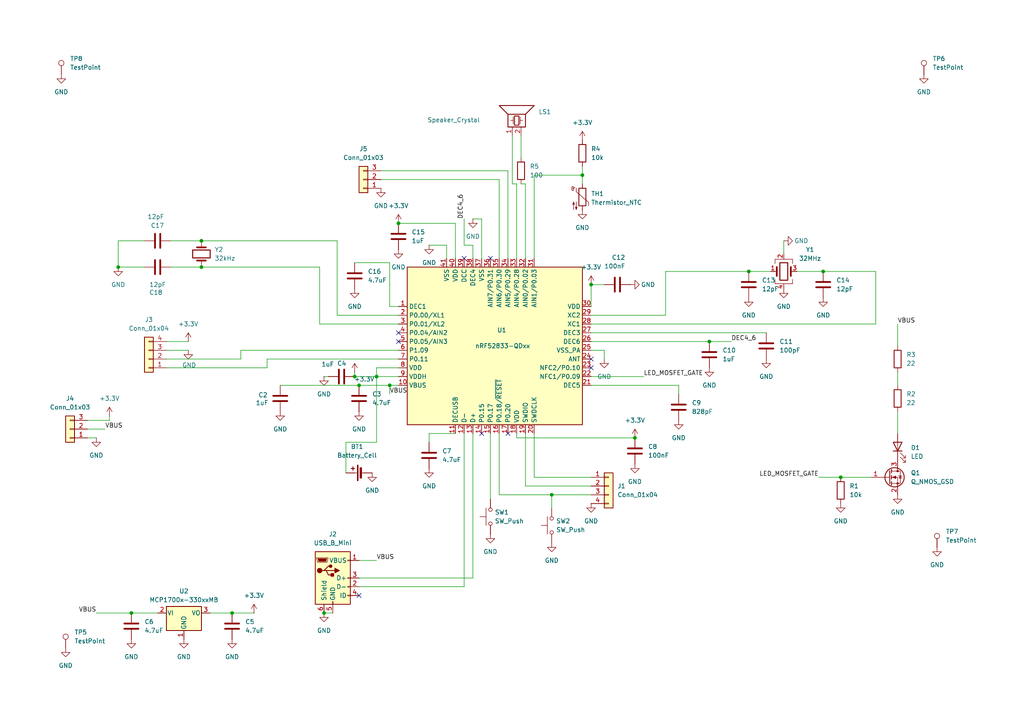
<source format=kicad_sch>
(kicad_sch (version 20231120) (generator "eeschema") (generator_version "8.0")
  (paper "A4")
  (lib_symbols
    (symbol "Connector:TestPoint" (pin_numbers hide) (pin_names (offset 0.762) hide)
      (property "Reference" "TP" (at 0 6.858 0))
      (property "Value" "TestPoint" (at 0 5.08 0))
      (symbol "TestPoint_0_1"
        (circle (center 0 3.302) (radius 0.762))
      )
      (symbol "TestPoint_1_1"
        (pin passive line (at 0 0 90) (length 2.54) (name "1") (number "1"))
      )
    )
    (symbol "Connector:USB_B_Mini" (pin_names (offset 1.016))
      (property "Reference" "J" (at -5.08 11.43 0))
      (property "Value" "USB_B_Mini" (at -5.08 8.89 0))
      (symbol "USB_B_Mini_0_1"
        (rectangle (start -5.08 -7.62) (end 5.08 7.62) (stroke (width 0.254)) (fill (type background)))
        (circle (center -3.81 2.159) (radius 0.635) (stroke (width 0.254)) (fill (type outline)))
        (circle (center -0.635 3.429) (radius 0.381) (stroke (width 0.254)) (fill (type outline)))
        (rectangle (start -0.127 -7.62) (end 0.127 -6.858))
        (polyline (pts (xy -1.905 2.159) (xy 0.635 2.159)) (stroke (width 0.254)))
        (polyline (pts (xy -3.175 2.159) (xy -2.54 2.159) (xy -1.27 3.429) (xy -0.635 3.429)) (stroke (width 0.254)))
        (polyline (pts (xy -2.54 2.159) (xy -1.905 2.159) (xy -1.27 0.889) (xy 0 0.889)) (stroke (width 0.254)))
        (polyline (pts (xy 0.635 2.794) (xy 0.635 1.524) (xy 1.905 2.159) (xy 0.635 2.794)) (stroke (width 0.254)) (fill (type outline)))
        (polyline (pts (xy -4.318 5.588) (xy -1.778 5.588) (xy -2.032 4.826) (xy -4.064 4.826) (xy -4.318 5.588)) (fill (type outline)))
        (polyline (pts (xy -4.699 5.842) (xy -4.699 5.588) (xy -4.445 4.826) (xy -4.445 4.572) (xy -1.651 4.572) (xy -1.651 4.826) (xy -1.397 5.588) (xy -1.397 5.842) (xy -4.699 5.842)))
        (rectangle (start 0.254 1.27) (end -0.508 0.508) (stroke (width 0.254)) (fill (type outline)))
        (rectangle (start 5.08 -5.207) (end 4.318 -4.953))
        (rectangle (start 5.08 -2.667) (end 4.318 -2.413))
        (rectangle (start 5.08 -0.127) (end 4.318 0.127))
        (rectangle (start 5.08 4.953) (end 4.318 5.207))
      )
      (symbol "USB_B_Mini_1_1"
        (pin power_out line (at 7.62 5.08 180) (length 2.54) (name "VBUS") (number "1"))
        (pin bidirectional line (at 7.62 -2.54 180) (length 2.54) (name "D-") (number "2"))
        (pin bidirectional line (at 7.62 0 180) (length 2.54) (name "D+") (number "3"))
        (pin passive line (at 7.62 -5.08 180) (length 2.54) (name "ID") (number "4"))
        (pin power_out line (at 0 -10.16 90) (length 2.54) (name "GND") (number "5"))
        (pin passive line (at -2.54 -10.16 90) (length 2.54) (name "Shield") (number "6"))
      )
    )
    (symbol "Connector_Generic:Conn_01x03" (pin_names (offset 1.016) hide)
      (property "Reference" "J" (at 0 5.08 0))
      (property "Value" "Conn_01x03" (at 0 -5.08 0))
      (symbol "Conn_01x03_1_1"
        (rectangle (start -1.27 -2.413) (end 0 -2.667) (stroke (width 0.1524)))
        (rectangle (start -1.27 0.127) (end 0 -0.127) (stroke (width 0.1524)))
        (rectangle (start -1.27 2.667) (end 0 2.413) (stroke (width 0.1524)))
        (rectangle (start -1.27 3.81) (end 1.27 -3.81) (stroke (width 0.254)) (fill (type background)))
        (pin passive line (at -5.08 2.54 0) (length 3.81) (name "Pin_1") (number "1"))
        (pin passive line (at -5.08 0 0) (length 3.81) (name "Pin_2") (number "2"))
        (pin passive line (at -5.08 -2.54 0) (length 3.81) (name "Pin_3") (number "3"))
      )
    )
    (symbol "Connector_Generic:Conn_01x04" (pin_names (offset 1.016) hide)
      (property "Reference" "J" (at 0 5.08 0))
      (property "Value" "Conn_01x04" (at 0 -7.62 0))
      (symbol "Conn_01x04_1_1"
        (rectangle (start -1.27 -4.953) (end 0 -5.207) (stroke (width 0.1524)))
        (rectangle (start -1.27 -2.413) (end 0 -2.667) (stroke (width 0.1524)))
        (rectangle (start -1.27 0.127) (end 0 -0.127) (stroke (width 0.1524)))
        (rectangle (start -1.27 2.667) (end 0 2.413) (stroke (width 0.1524)))
        (rectangle (start -1.27 3.81) (end 1.27 -6.35) (stroke (width 0.254)) (fill (type background)))
        (pin passive line (at -5.08 2.54 0) (length 3.81) (name "Pin_1") (number "1"))
        (pin passive line (at -5.08 0 0) (length 3.81) (name "Pin_2") (number "2"))
        (pin passive line (at -5.08 -2.54 0) (length 3.81) (name "Pin_3") (number "3"))
        (pin passive line (at -5.08 -5.08 0) (length 3.81) (name "Pin_4") (number "4"))
      )
    )
    (symbol "Device:Battery_Cell" (pin_numbers hide) (pin_names (offset 0) hide)
      (property "Reference" "BT" (at 2.54 2.54 0))
      (property "Value" "Battery_Cell" (at 2.54 0 0))
      (symbol "Battery_Cell_0_1"
        (rectangle (start -2.286 1.778) (end 2.286 1.524) (fill (type outline)))
        (rectangle (start -1.524 1.016) (end 1.524 0.508) (fill (type outline)))
        (polyline (pts (xy 0 0.762) (xy 0 0)))
        (polyline (pts (xy 0 1.778) (xy 0 2.54)))
        (polyline (pts (xy 0.762 3.048) (xy 1.778 3.048)) (stroke (width 0.254)))
        (polyline (pts (xy 1.27 3.556) (xy 1.27 2.54)) (stroke (width 0.254)))
      )
      (symbol "Battery_Cell_1_1"
        (pin passive line (at 0 5.08 270) (length 2.54) (name "+") (number "1"))
        (pin passive line (at 0 -2.54 90) (length 2.54) (name "-") (number "2"))
      )
    )
    (symbol "Device:C" (pin_numbers hide) (pin_names (offset 0.254))
      (property "Reference" "C" (at 0.635 2.54 0))
      (property "Value" "C" (at 0.635 -2.54 0))
      (symbol "C_0_1"
        (polyline (pts (xy -2.032 -0.762) (xy 2.032 -0.762)) (stroke (width 0.508)))
        (polyline (pts (xy -2.032 0.762) (xy 2.032 0.762)) (stroke (width 0.508)))
      )
      (symbol "C_1_1"
        (pin passive line (at 0 3.81 270) (length 2.794) (name "~") (number "1"))
        (pin passive line (at 0 -3.81 90) (length 2.794) (name "~") (number "2"))
      )
    )
    (symbol "Device:Crystal" (pin_numbers hide) (pin_names (offset 1.016) hide)
      (property "Reference" "Y" (at 0 3.81 0))
      (property "Value" "Crystal" (at 0 -3.81 0))
      (symbol "Crystal_0_1"
        (rectangle (start -1.143 2.54) (end 1.143 -2.54) (stroke (width 0.3048)))
        (polyline (pts (xy -2.54 0) (xy -1.905 0)))
        (polyline (pts (xy -1.905 -1.27) (xy -1.905 1.27)) (stroke (width 0.508)))
        (polyline (pts (xy 1.905 -1.27) (xy 1.905 1.27)) (stroke (width 0.508)))
        (polyline (pts (xy 2.54 0) (xy 1.905 0)))
      )
      (symbol "Crystal_1_1"
        (pin passive line (at -3.81 0 0) (length 1.27) (name "1") (number "1"))
        (pin passive line (at 3.81 0 180) (length 1.27) (name "2") (number "2"))
      )
    )
    (symbol "Device:Crystal_GND24" (pin_names (offset 1.016) hide)
      (property "Reference" "Y" (at 3.175 5.08 0))
      (property "Value" "Crystal_GND24" (at 3.175 3.175 0))
      (symbol "Crystal_GND24_0_1"
        (rectangle (start -1.143 2.54) (end 1.143 -2.54) (stroke (width 0.3048)))
        (polyline (pts (xy -2.54 0) (xy -2.032 0)))
        (polyline (pts (xy -2.032 -1.27) (xy -2.032 1.27)) (stroke (width 0.508)))
        (polyline (pts (xy 0 -3.81) (xy 0 -3.556)))
        (polyline (pts (xy 0 3.556) (xy 0 3.81)))
        (polyline (pts (xy 2.032 -1.27) (xy 2.032 1.27)) (stroke (width 0.508)))
        (polyline (pts (xy 2.032 0) (xy 2.54 0)))
        (polyline (pts (xy -2.54 -2.286) (xy -2.54 -3.556) (xy 2.54 -3.556) (xy 2.54 -2.286)))
        (polyline (pts (xy -2.54 2.286) (xy -2.54 3.556) (xy 2.54 3.556) (xy 2.54 2.286)))
      )
      (symbol "Crystal_GND24_1_1"
        (pin passive line (at -3.81 0 0) (length 1.27) (name "1") (number "1"))
        (pin passive line (at 0 5.08 270) (length 1.27) (name "2") (number "2"))
        (pin passive line (at 3.81 0 180) (length 1.27) (name "3") (number "3"))
        (pin passive line (at 0 -5.08 90) (length 1.27) (name "4") (number "4"))
      )
    )
    (symbol "Device:LED" (pin_numbers hide) (pin_names (offset 1.016) hide)
      (property "Reference" "D" (at 0 2.54 0))
      (property "Value" "LED" (at 0 -2.54 0))
      (symbol "LED_0_1"
        (polyline (pts (xy -1.27 -1.27) (xy -1.27 1.27)) (stroke (width 0.254)))
        (polyline (pts (xy -1.27 0) (xy 1.27 0)))
        (polyline (pts (xy 1.27 -1.27) (xy 1.27 1.27) (xy -1.27 0) (xy 1.27 -1.27)) (stroke (width 0.254)))
        (polyline (pts (xy -3.048 -0.762) (xy -4.572 -2.286) (xy -3.81 -2.286) (xy -4.572 -2.286) (xy -4.572 -1.524)))
        (polyline (pts (xy -1.778 -0.762) (xy -3.302 -2.286) (xy -2.54 -2.286) (xy -3.302 -2.286) (xy -3.302 -1.524)))
      )
      (symbol "LED_1_1"
        (pin passive line (at -3.81 0 0) (length 2.54) (name "K") (number "1"))
        (pin passive line (at 3.81 0 180) (length 2.54) (name "A") (number "2"))
      )
    )
    (symbol "Device:Q_NMOS_GSD" (pin_names (offset 0) hide)
      (property "Reference" "Q" (at 5.08 1.27 0))
      (property "Value" "Q_NMOS_GSD" (at 5.08 -1.27 0))
      (symbol "Q_NMOS_GSD_0_1"
        (polyline (pts (xy 0.254 0) (xy -2.54 0)))
        (polyline (pts (xy 0.254 1.905) (xy 0.254 -1.905)) (stroke (width 0.254)))
        (polyline (pts (xy 0.762 -1.27) (xy 0.762 -2.286)) (stroke (width 0.254)))
        (polyline (pts (xy 0.762 0.508) (xy 0.762 -0.508)) (stroke (width 0.254)))
        (polyline (pts (xy 0.762 2.286) (xy 0.762 1.27)) (stroke (width 0.254)))
        (polyline (pts (xy 2.54 2.54) (xy 2.54 1.778)))
        (polyline (pts (xy 2.54 -2.54) (xy 2.54 0) (xy 0.762 0)))
        (polyline (pts (xy 0.762 -1.778) (xy 3.302 -1.778) (xy 3.302 1.778) (xy 0.762 1.778)))
        (polyline (pts (xy 1.016 0) (xy 2.032 0.381) (xy 2.032 -0.381) (xy 1.016 0)) (fill (type outline)))
        (polyline (pts (xy 2.794 0.508) (xy 2.921 0.381) (xy 3.683 0.381) (xy 3.81 0.254)))
        (polyline (pts (xy 3.302 0.381) (xy 2.921 -0.254) (xy 3.683 -0.254) (xy 3.302 0.381)))
        (circle (center 1.651 0) (radius 2.794) (stroke (width 0.254)))
        (circle (center 2.54 -1.778) (radius 0.254) (fill (type outline)))
        (circle (center 2.54 1.778) (radius 0.254) (fill (type outline)))
      )
      (symbol "Q_NMOS_GSD_1_1"
        (pin input line (at -5.08 0 0) (length 2.54) (name "G") (number "1"))
        (pin passive line (at 2.54 -5.08 90) (length 2.54) (name "S") (number "2"))
        (pin passive line (at 2.54 5.08 270) (length 2.54) (name "D") (number "3"))
      )
    )
    (symbol "Device:R" (pin_numbers hide) (pin_names (offset 0))
      (property "Reference" "R" (at 2.032 0 90))
      (property "Value" "R" (at 0 0 90))
      (symbol "R_0_1"
        (rectangle (start -1.016 -2.54) (end 1.016 2.54) (stroke (width 0.254)))
      )
      (symbol "R_1_1"
        (pin passive line (at 0 3.81 270) (length 1.27) (name "~") (number "1"))
        (pin passive line (at 0 -3.81 90) (length 1.27) (name "~") (number "2"))
      )
    )
    (symbol "Device:Speaker_Crystal" (pin_names (offset 0) hide)
      (property "Reference" "LS" (at 0.635 5.715 0))
      (property "Value" "Speaker_Crystal" (at 0.635 3.81 0))
      (symbol "Speaker_Crystal_0_0"
        (rectangle (start -2.54 1.27) (end 1.143 -3.81) (stroke (width 0.254)))
        (rectangle (start -2.032 -0.635) (end 0.635 -1.905) (stroke (width 0.254)))
        (polyline (pts (xy -1.651 -2.286) (xy 0.381 -2.286)))
        (polyline (pts (xy -1.651 -0.254) (xy 0.381 -0.254)))
        (polyline (pts (xy -0.635 -2.286) (xy -0.635 -3.048)))
        (polyline (pts (xy -0.635 -0.254) (xy -0.635 0.508)))
        (polyline (pts (xy 1.143 1.27) (xy 3.683 3.81) (xy 3.683 -6.35) (xy 1.143 -3.81)) (stroke (width 0.254)))
      )
      (symbol "Speaker_Crystal_1_1"
        (pin input line (at -5.08 0 0) (length 2.54) (name "1") (number "1"))
        (pin input line (at -5.08 -2.54 0) (length 2.54) (name "2") (number "2"))
      )
    )
    (symbol "Device:Thermistor_NTC" (pin_numbers hide) (pin_names (offset 0))
      (property "Reference" "TH" (at -4.445 0 90))
      (property "Value" "Thermistor_NTC" (at 3.175 0 90))
      (symbol "Thermistor_NTC_0_1"
        (arc (start -3.048 2.159) (mid -3.0495 2.3143) (end -3.175 2.413))
        (arc (start -3.048 2.159) (mid -2.9736 1.9794) (end -2.794 1.905))
        (arc (start -3.048 2.794) (mid -2.9736 2.6144) (end -2.794 2.54))
        (arc (start -2.794 1.905) (mid -2.6144 1.9794) (end -2.54 2.159))
        (arc (start -2.794 2.54) (mid -2.4393 2.5587) (end -2.159 2.794))
        (arc (start -2.794 3.048) (mid -2.9736 2.9736) (end -3.048 2.794))
        (arc (start -2.54 2.794) (mid -2.6144 2.9736) (end -2.794 3.048))
        (rectangle (start -1.016 2.54) (end 1.016 -2.54) (stroke (width 0.254)))
        (polyline (pts (xy -2.54 2.159) (xy -2.54 2.794)))
        (polyline (pts (xy -1.778 2.54) (xy -1.778 1.524) (xy 1.778 -1.524) (xy 1.778 -2.54)))
        (polyline (pts (xy -2.54 -3.683) (xy -2.54 -1.397) (xy -2.794 -2.159) (xy -2.286 -2.159) (xy -2.54 -1.397) (xy -2.54 -1.651)) (fill (type outline)))
        (polyline (pts (xy -1.778 -1.397) (xy -1.778 -3.683) (xy -2.032 -2.921) (xy -1.524 -2.921) (xy -1.778 -3.683) (xy -1.778 -3.429)) (fill (type outline)))
      )
      (symbol "Thermistor_NTC_1_1"
        (pin passive line (at 0 3.81 270) (length 1.27) (name "~") (number "1"))
        (pin passive line (at 0 -3.81 90) (length 1.27) (name "~") (number "2"))
      )
    )
    (symbol "E7020E:nRF52833-QDxx"
      (property "Reference" "U" (at 0 2.54 0))
      (property "Value" "nRF52833-QDxx" (at 0 0 0))
      (symbol "nRF52833-QDxx_0_1"
        (rectangle (start -25.4 22.86) (end 25.4 -22.86) (stroke (width 0.254)) (fill (type background)))
      )
      (symbol "nRF52833-QDxx_1_1"
        (pin passive line (at -27.94 11.43 0) (length 2.54) (name "DEC1") (number "1"))
        (pin power_in line (at -27.94 -11.43 0) (length 2.54) (name "VBUS") (number "10"))
        (pin passive line (at -11.43 -25.4 90) (length 2.54) (name "DECUSB") (number "11"))
        (pin bidirectional line (at -8.89 -25.4 90) (length 2.54) (name "D-") (number "12"))
        (pin bidirectional line (at -6.35 -25.4 90) (length 2.54) (name "D+") (number "13"))
        (pin bidirectional line (at -3.81 -25.4 90) (length 2.54) (name "P0.15") (number "14"))
        (pin bidirectional line (at -1.27 -25.4 90) (length 2.54) (name "P0.17") (number "15"))
        (pin bidirectional line (at 1.27 -25.4 90) (length 2.54) (name "P0.18/~{RESET}") (number "16"))
        (pin bidirectional line (at 3.81 -25.4 90) (length 2.54) (name "P0.20") (number "17"))
        (pin power_in line (at 6.35 -25.4 90) (length 2.54) (name "VDD") (number "18"))
        (pin bidirectional line (at 8.89 -25.4 90) (length 2.54) (name "SWDIO") (number "19"))
        (pin bidirectional line (at -27.94 8.89 0) (length 2.54) (name "P0.00/XL1") (number "2"))
        (pin input line (at 11.43 -25.4 90) (length 2.54) (name "SWDCLK") (number "20"))
        (pin passive line (at 27.94 -11.43 180) (length 2.54) (name "DEC5") (number "21"))
        (pin bidirectional line (at 27.94 -8.89 180) (length 2.54) (name "NFC1/P0.09") (number "22"))
        (pin bidirectional line (at 27.94 -6.35 180) (length 2.54) (name "NFC2/P0.10") (number "23"))
        (pin passive line (at 27.94 -3.81 180) (length 2.54) (name "ANT") (number "24"))
        (pin power_in line (at 27.94 -1.27 180) (length 2.54) (name "VSS_PA") (number "25"))
        (pin passive line (at 27.94 1.27 180) (length 2.54) (name "DEC6") (number "26"))
        (pin passive line (at 27.94 3.81 180) (length 2.54) (name "DEC3") (number "27"))
        (pin input line (at 27.94 6.35 180) (length 2.54) (name "XC1") (number "28"))
        (pin input line (at 27.94 8.89 180) (length 2.54) (name "XC2") (number "29"))
        (pin bidirectional line (at -27.94 6.35 0) (length 2.54) (name "P0.01/XL2") (number "3"))
        (pin power_in line (at 27.94 11.43 180) (length 2.54) (name "VDD") (number "30"))
        (pin bidirectional line (at 11.43 25.4 270) (length 2.54) (name "AIN1/P0.03") (number "31"))
        (pin bidirectional line (at 8.89 25.4 270) (length 2.54) (name "AIN0/P0.02") (number "32"))
        (pin bidirectional line (at 6.35 25.4 270) (length 2.54) (name "AIN4/P0.28") (number "33"))
        (pin bidirectional line (at 3.81 25.4 270) (length 2.54) (name "AIN5/P0.29") (number "34"))
        (pin bidirectional line (at 1.27 25.4 270) (length 2.54) (name "AIN6/P0.30") (number "35"))
        (pin bidirectional line (at -1.27 25.4 270) (length 2.54) (name "AIN7/P0.31") (number "36"))
        (pin power_in line (at -3.81 25.4 270) (length 2.54) (name "VSS") (number "37"))
        (pin passive line (at -6.35 25.4 270) (length 2.54) (name "DEC4") (number "38"))
        (pin power_out line (at -8.89 25.4 270) (length 2.54) (name "DCC") (number "39"))
        (pin bidirectional line (at -27.94 3.81 0) (length 2.54) (name "P0.04/AIN2") (number "4"))
        (pin power_in line (at -11.43 25.4 270) (length 2.54) (name "VDD") (number "40"))
        (pin power_in line (at -13.97 25.4 270) (length 2.54) (name "VSS") (number "41"))
        (pin bidirectional line (at -27.94 1.27 0) (length 2.54) (name "P0.05/AIN3") (number "5"))
        (pin bidirectional line (at -27.94 -1.27 0) (length 2.54) (name "P1.09") (number "6"))
        (pin bidirectional line (at -27.94 -3.81 0) (length 2.54) (name "P0.11") (number "7"))
        (pin power_in line (at -27.94 -6.35 0) (length 2.54) (name "VDD") (number "8"))
        (pin power_in line (at -27.94 -8.89 0) (length 2.54) (name "VDDH") (number "9"))
      )
    )
    (symbol "Regulator_Linear:MCP1700x-330xxMB" (pin_names (offset 0.254))
      (property "Reference" "U" (at -3.81 3.175 0))
      (property "Value" "MCP1700x-330xxMB" (at 0 3.175 0))
      (symbol "MCP1700x-330xxMB_0_1"
        (rectangle (start -5.08 -5.08) (end 5.08 1.905) (stroke (width 0.254)) (fill (type background)))
      )
      (symbol "MCP1700x-330xxMB_1_1"
        (pin power_in line (at 0 -7.62 90) (length 2.54) (name "GND") (number "1"))
        (pin power_in line (at -7.62 0 0) (length 2.54) (name "VI") (number "2"))
        (pin power_out line (at 7.62 0 180) (length 2.54) (name "VO") (number "3"))
      )
    )
    (symbol "Switch:SW_Push" (pin_numbers hide) (pin_names (offset 1.016) hide)
      (property "Reference" "SW" (at 1.27 2.54 0))
      (property "Value" "SW_Push" (at 0 -1.524 0))
      (symbol "SW_Push_0_1"
        (circle (center -2.032 0) (radius 0.508))
        (polyline (pts (xy 0 1.27) (xy 0 3.048)))
        (polyline (pts (xy 2.54 1.27) (xy -2.54 1.27)))
        (circle (center 2.032 0) (radius 0.508))
        (pin passive line (at -5.08 0 0) (length 2.54) (name "1") (number "1"))
        (pin passive line (at 5.08 0 180) (length 2.54) (name "2") (number "2"))
      )
    )
    (symbol "power:+3.3V" (power) (pin_numbers hide) (pin_names (offset 0) hide)
      (property "Value" "+3.3V" (at 0 3.556 0))
      (symbol "+3.3V_0_1"
        (polyline (pts (xy -0.762 1.27) (xy 0 2.54)))
        (polyline (pts (xy 0 0) (xy 0 2.54)))
        (polyline (pts (xy 0 2.54) (xy 0.762 1.27)))
      )
      (symbol "+3.3V_1_1"
        (pin power_in line (at 0 0 90) (length 0) (name "~") (number "1"))
      )
    )
    (symbol "power:GND" (power) (pin_numbers hide) (pin_names (offset 0) hide)
      (property "Value" "GND" (at 0 -3.81 0))
      (symbol "GND_0_1"
        (polyline (pts (xy 0 0) (xy 0 -1.27) (xy 1.27 -1.27) (xy 0 -2.54) (xy -1.27 -1.27) (xy 0 -1.27)))
      )
      (symbol "GND_1_1"
        (pin power_in line (at 0 0 270) (length 0) (name "~") (number "1"))
      )
    )
  )
  (junction (at 171.45 82.55))
  (junction (at 109.22 109.22))
  (junction (at 238.76 78.74))
  (junction (at 184.15 127))
  (junction (at 205.74 99.06))
  (junction (at 93.98 177.8))
  (junction (at 34.29 77.47))
  (junction (at 67.31 177.8))
  (junction (at 104.14 111.76))
  (junction (at 160.02 143.51))
  (junction (at 217.17 78.74))
  (junction (at 243.84 138.43))
  (junction (at 115.57 64.77))
  (junction (at 58.42 69.85))
  (junction (at 102.87 109.22))
  (junction (at 168.91 50.8))
  (junction (at 58.42 77.47))
  (junction (at 38.1 177.8))
  (junction (at 113.03 111.76))
  (no_connect (at 171.45 104.14))
  (no_connect (at 139.7 125.73))
  (no_connect (at 134.62 74.93))
  (no_connect (at 171.45 106.68))
  (no_connect (at 142.24 74.93))
  (no_connect (at 104.14 172.72))
  (no_connect (at 147.32 125.73))
  (no_connect (at 115.57 99.06))
  (no_connect (at 115.57 96.52))
  (wire (pts (xy 231.14 78.74) (xy 238.76 78.74)))
  (wire (pts (xy 134.62 125.73) (xy 134.62 170.18)))
  (wire (pts (xy 113.03 114.3) (xy 113.03 111.76)))
  (wire (pts (xy 49.53 69.85) (xy 58.42 69.85)))
  (wire (pts (xy 175.26 101.6) (xy 175.26 104.14)))
  (wire (pts (xy 115.57 93.98) (xy 92.71 93.98)))
  (wire (pts (xy 149.86 125.73) (xy 149.86 127)))
  (wire (pts (xy 171.45 99.06) (xy 205.74 99.06)))
  (wire (pts (xy 34.29 69.85) (xy 41.91 69.85)))
  (wire (pts (xy 149.86 53.34) (xy 149.86 74.93)))
  (wire (pts (xy 92.71 77.47) (xy 58.42 77.47)))
  (wire (pts (xy 132.08 125.73) (xy 124.46 125.73)))
  (wire (pts (xy 171.45 109.22) (xy 186.69 109.22)))
  (wire (pts (xy 144.78 74.93) (xy 144.78 52.07)))
  (wire (pts (xy 154.94 125.73) (xy 154.94 138.43)))
  (wire (pts (xy 144.78 143.51) (xy 160.02 143.51)))
  (wire (pts (xy 193.04 91.44) (xy 171.45 91.44)))
  (wire (pts (xy 60.96 177.8) (xy 67.31 177.8)))
  (wire (pts (xy 113.03 88.9) (xy 113.03 76.2)))
  (wire (pts (xy 148.59 39.37) (xy 148.59 53.34)))
  (wire (pts (xy 137.16 74.93) (xy 137.16 71.12)))
  (wire (pts (xy 152.4 125.73) (xy 152.4 140.97)))
  (wire (pts (xy 97.79 91.44) (xy 97.79 69.85)))
  (wire (pts (xy 81.28 111.76) (xy 104.14 111.76)))
  (wire (pts (xy 217.17 78.74) (xy 223.52 78.74)))
  (wire (pts (xy 34.29 77.47) (xy 41.91 77.47)))
  (wire (pts (xy 104.14 162.56) (xy 109.22 162.56)))
  (wire (pts (xy 48.26 104.14) (xy 69.85 104.14)))
  (wire (pts (xy 69.85 104.14) (xy 69.85 101.6)))
  (wire (pts (xy 171.45 111.76) (xy 196.85 111.76)))
  (wire (pts (xy 102.87 109.22) (xy 109.22 109.22)))
  (wire (pts (xy 93.98 177.8) (xy 96.52 177.8)))
  (wire (pts (xy 102.87 107.95) (xy 102.87 109.22)))
  (wire (pts (xy 49.53 77.47) (xy 58.42 77.47)))
  (wire (pts (xy 154.94 74.93) (xy 154.94 50.8)))
  (wire (pts (xy 254 93.98) (xy 254 78.74)))
  (wire (pts (xy 171.45 96.52) (xy 222.25 96.52)))
  (wire (pts (xy 38.1 177.8) (xy 45.72 177.8)))
  (wire (pts (xy 227.33 69.85) (xy 227.33 73.66)))
  (wire (pts (xy 205.74 99.06) (xy 212.09 99.06)))
  (wire (pts (xy 93.98 109.22) (xy 95.25 109.22)))
  (wire (pts (xy 171.45 101.6) (xy 175.26 101.6)))
  (wire (pts (xy 137.16 71.12) (xy 134.62 71.12)))
  (wire (pts (xy 77.47 106.68) (xy 77.47 104.14)))
  (wire (pts (xy 129.54 74.93) (xy 129.54 71.12)))
  (wire (pts (xy 104.14 111.76) (xy 113.03 111.76)))
  (wire (pts (xy 260.35 119.38) (xy 260.35 125.73)))
  (wire (pts (xy 151.13 39.37) (xy 151.13 45.72)))
  (wire (pts (xy 69.85 101.6) (xy 115.57 101.6)))
  (wire (pts (xy 154.94 50.8) (xy 168.91 50.8)))
  (wire (pts (xy 67.31 177.8) (xy 73.66 177.8)))
  (wire (pts (xy 168.91 48.26) (xy 168.91 50.8)))
  (wire (pts (xy 154.94 138.43) (xy 171.45 138.43)))
  (wire (pts (xy 152.4 53.34) (xy 151.13 53.34)))
  (wire (pts (xy 115.57 64.77) (xy 132.08 64.77)))
  (wire (pts (xy 115.57 88.9) (xy 113.03 88.9)))
  (wire (pts (xy 31.75 121.92) (xy 31.75 120.65)))
  (wire (pts (xy 160.02 143.51) (xy 171.45 143.51)))
  (wire (pts (xy 160.02 143.51) (xy 160.02 147.32)))
  (wire (pts (xy 110.49 49.53) (xy 147.32 49.53)))
  (wire (pts (xy 132.08 64.77) (xy 132.08 74.93)))
  (wire (pts (xy 34.29 77.47) (xy 34.29 69.85)))
  (wire (pts (xy 92.71 93.98) (xy 92.71 77.47)))
  (wire (pts (xy 152.4 140.97) (xy 171.45 140.97)))
  (wire (pts (xy 77.47 104.14) (xy 115.57 104.14)))
  (wire (pts (xy 25.4 127) (xy 27.94 127)))
  (wire (pts (xy 100.33 128.27) (xy 100.33 137.16)))
  (wire (pts (xy 48.26 101.6) (xy 54.61 101.6)))
  (wire (pts (xy 115.57 91.44) (xy 97.79 91.44)))
  (wire (pts (xy 109.22 128.27) (xy 100.33 128.27)))
  (wire (pts (xy 152.4 74.93) (xy 152.4 53.34)))
  (wire (pts (xy 139.7 74.93) (xy 139.7 63.5)))
  (wire (pts (xy 58.42 69.85) (xy 97.79 69.85)))
  (wire (pts (xy 27.94 177.8) (xy 38.1 177.8)))
  (wire (pts (xy 193.04 78.74) (xy 193.04 91.44)))
  (wire (pts (xy 171.45 93.98) (xy 254 93.98)))
  (wire (pts (xy 147.32 49.53) (xy 147.32 74.93)))
  (wire (pts (xy 260.35 93.98) (xy 260.35 100.33)))
  (wire (pts (xy 134.62 170.18) (xy 104.14 170.18)))
  (wire (pts (xy 137.16 167.64) (xy 137.16 125.73)))
  (wire (pts (xy 142.24 125.73) (xy 142.24 144.78)))
  (wire (pts (xy 196.85 111.76) (xy 196.85 114.3)))
  (wire (pts (xy 171.45 88.9) (xy 171.45 82.55)))
  (wire (pts (xy 144.78 125.73) (xy 144.78 143.51)))
  (wire (pts (xy 254 78.74) (xy 238.76 78.74)))
  (wire (pts (xy 144.78 52.07) (xy 110.49 52.07)))
  (wire (pts (xy 168.91 50.8) (xy 168.91 53.34)))
  (wire (pts (xy 217.17 78.74) (xy 193.04 78.74)))
  (wire (pts (xy 148.59 53.34) (xy 149.86 53.34)))
  (wire (pts (xy 104.14 167.64) (xy 137.16 167.64)))
  (wire (pts (xy 237.49 138.43) (xy 243.84 138.43)))
  (wire (pts (xy 48.26 106.68) (xy 77.47 106.68)))
  (wire (pts (xy 25.4 124.46) (xy 30.48 124.46)))
  (wire (pts (xy 124.46 125.73) (xy 124.46 128.27)))
  (wire (pts (xy 243.84 138.43) (xy 252.73 138.43)))
  (wire (pts (xy 113.03 111.76) (xy 115.57 111.76)))
  (wire (pts (xy 48.26 99.06) (xy 54.61 99.06)))
  (wire (pts (xy 109.22 109.22) (xy 109.22 128.27)))
  (wire (pts (xy 139.7 63.5) (xy 137.16 63.5)))
  (wire (pts (xy 109.22 106.68) (xy 115.57 106.68)))
  (wire (pts (xy 113.03 76.2) (xy 102.87 76.2)))
  (wire (pts (xy 171.45 82.55) (xy 175.26 82.55)))
  (wire (pts (xy 149.86 127) (xy 184.15 127)))
  (wire (pts (xy 260.35 107.95) (xy 260.35 111.76)))
  (wire (pts (xy 129.54 71.12) (xy 124.46 71.12)))
  (wire (pts (xy 109.22 109.22) (xy 115.57 109.22)))
  (wire (pts (xy 25.4 121.92) (xy 31.75 121.92)))
  (wire (pts (xy 109.22 109.22) (xy 109.22 106.68)))
  (wire (pts (xy 134.62 71.12) (xy 134.62 63.5)))
  (label "LED_MOSFET_GATE" (at 237.49 138.43 180))
  (label "VBUS" (at 30.48 124.46 0))
  (label "VBUS" (at 27.94 177.8 180))
  (label "VBUS" (at 113.03 114.3 0))
  (label "LED_MOSFET_GATE" (at 186.69 109.22 0))
  (label "VBUS" (at 109.22 162.56 0))
  (label "DEC4_6" (at 212.09 99.06 0))
  (label "VBUS" (at 260.35 93.98 0))
  (label "DEC4_6" (at 134.62 63.5 90))
  (symbol (lib_id "Device:C") (at 179.07 82.55 90) (unit 1)
    (property "Reference" "C12" (at 181.356 74.676 90) (effects (justify left)))
    (property "Value" "100nF" (at 181.356 77.216 90) (effects (justify left)))
    (property "Footprint" "Capacitor_SMD:C_0603_1608Metric" (effects (hide yes)))
    (property "Description" "Unpolarized capacitor" (effects (hide yes)))
  )
  (symbol (lib_id "power:GND") (at 227.33 83.82 0) (unit 1)
    (property "Reference" "#PWR030" (effects (hide yes)))
    (property "Value" "GND" (at 227.33 88.9 0))
    (property "Description" "Power symbol creates a global label with name \"GND\" , ground" (effects (hide yes)))
  )
  (symbol (lib_id "power:GND") (at 54.61 101.6 0) (unit 1)
    (property "Reference" "#PWR048" (effects (hide yes)))
    (property "Value" "GND" (at 54.864 105.918 0))
    (property "Description" "Power symbol creates a global label with name \"GND\" , ground" (effects (hide yes)))
  )
  (symbol (lib_id "Connector_Generic:Conn_01x03") (at 105.41 52.07 180) (unit 1)
    (property "Reference" "J5" (at 105.41 43.18 0))
    (property "Value" "Conn_01x03" (at 105.41 45.72 0))
    (property "Footprint" "Connector_PinHeader_2.54mm:PinHeader_1x03_P2.54mm_Vertical" (effects (hide yes)))
    (property "Description" "Generic connector, single row, 01x03, script generated (kicad-library-utils/schlib/autogen/connector/)" (effects (hide yes)))
  )
  (symbol (lib_id "Device:C") (at 238.76 82.55 0) (unit 1)
    (property "Reference" "C14" (at 242.57 81.2799 0) (effects (justify left)))
    (property "Value" "12pF" (at 242.57 83.8199 0) (effects (justify left)))
    (property "Footprint" "Capacitor_SMD:C_0603_1608Metric" (effects (hide yes)))
    (property "Description" "Unpolarized capacitor" (effects (hide yes)))
  )
  (symbol (lib_id "Device:Crystal_GND24") (at 227.33 78.74 0) (unit 1)
    (property "Reference" "Y1" (at 234.95 72.4214 0))
    (property "Value" "32MHz" (at 234.95 74.9614 0))
    (property "Footprint" "Crystal:Crystal_SMD_3225-4Pin_3.2x2.5mm_HandSoldering" (effects (hide yes)))
    (property "Description" "Four pin crystal, GND on pins 2 and 4" (effects (hide yes)))
  )
  (symbol (lib_id "power:GND") (at 53.34 185.42 0) (unit 1)
    (property "Reference" "#PWR013" (effects (hide yes)))
    (property "Value" "GND" (at 53.34 190.5 0))
    (property "Description" "Power symbol creates a global label with name \"GND\" , ground" (effects (hide yes)))
  )
  (symbol (lib_id "power:GND") (at 175.26 104.14 0) (unit 1)
    (property "Reference" "#PWR022" (effects (hide yes)))
    (property "Value" "GND" (at 175.26 109.22 0))
    (property "Description" "Power symbol creates a global label with name \"GND\" , ground" (effects (hide yes)))
  )
  (symbol (lib_id "Device:Thermistor_NTC") (at 168.91 57.15 0) (unit 1)
    (property "Reference" "TH1" (at 171.45 56.1974 0) (effects (justify left)))
    (property "Value" "Thermistor_NTC" (at 171.45 58.7374 0) (effects (justify left)))
    (property "Footprint" "Resistor_THT:R_Axial_DIN0204_L3.6mm_D1.6mm_P2.54mm_Vertical" (effects (hide yes)))
    (property "Description" "Temperature dependent resistor, negative temperature coefficient" (effects (hide yes)))
  )
  (symbol (lib_id "power:GND") (at 260.35 143.51 0) (unit 1)
    (property "Reference" "#PWR023" (effects (hide yes)))
    (property "Value" "GND" (at 260.35 148.59 0))
    (property "Description" "Power symbol creates a global label with name \"GND\" , ground" (effects (hide yes)))
  )
  (symbol (lib_id "Connector:TestPoint") (at 271.78 158.75 0) (unit 1)
    (property "Reference" "TP7" (at 274.32 154.1779 0) (effects (justify left)))
    (property "Value" "TestPoint" (at 274.32 156.7179 0) (effects (justify left)))
    (property "Footprint" "E7020E:TestPoint_THTPad_1.5x1.5mm_Drill0.8mm" (effects (hide yes)))
    (property "Description" "test point" (effects (hide yes)))
  )
  (symbol (lib_id "power:GND") (at 222.25 104.14 0) (unit 1)
    (property "Reference" "#PWR026" (effects (hide yes)))
    (property "Value" "GND" (at 222.25 109.22 0))
    (property "Description" "Power symbol creates a global label with name \"GND\" , ground" (effects (hide yes)))
  )
  (symbol (lib_id "E7020E:nRF52833-QDxx") (at 143.51 100.33 0) (unit 1)
    (property "Reference" "U1" (at 145.542 95.758 0))
    (property "Value" "nRF52833-QDxx" (at 145.796 100.33 0))
    (property "Footprint" "E7020E:QFN-40-1EP_5x5mm_P0.4mm_EP3.6x3.6mm" (effects (hide yes)))
    (property "Datasheet" "https://docs-be.nordicsemi.com/bundle/ps_nrf52833/attach/nRF52833_PS_v1.7.pdf" (effects (hide yes)))
    (property "Description" "Multiprotocol BLE/ANT/2.4 GHz/802.15.4 Cortex-M4 SoC, QFN-40" (effects (hide yes)))
  )
  (symbol (lib_id "Device:R") (at 243.84 142.24 0) (unit 1)
    (property "Reference" "R1" (at 246.38 140.9699 0) (effects (justify left)))
    (property "Value" "10k" (at 246.38 143.5099 0) (effects (justify left)))
    (property "Footprint" "Resistor_THT:R_Axial_DIN0204_L3.6mm_D1.6mm_P2.54mm_Vertical" (effects (hide yes)))
    (property "Description" "Resistor" (effects (hide yes)))
  )
  (symbol (lib_id "Connector:USB_B_Mini") (at 96.52 167.64 0) (unit 1)
    (property "Reference" "J2" (at 96.52 154.94 0))
    (property "Value" "USB_B_Mini" (at 96.52 157.48 0))
    (property "Footprint" "Connector_USB:USB_Mini-B_Wuerth_65100516121_Horizontal" (effects (hide yes)))
    (property "Description" "USB Mini Type B connector" (effects (hide yes)))
  )
  (symbol (lib_id "Device:C") (at 184.15 130.81 0) (unit 1)
    (property "Reference" "C8" (at 187.96 129.5399 0) (effects (justify left)))
    (property "Value" "100nF" (at 187.96 132.0799 0) (effects (justify left)))
    (property "Footprint" "Capacitor_SMD:C_0603_1608Metric" (effects (hide yes)))
    (property "Description" "Unpolarized capacitor" (effects (hide yes)))
  )
  (symbol (lib_id "Switch:SW_Push") (at 142.24 149.86 90) (unit 1)
    (property "Reference" "SW1" (at 143.51 148.5899 90) (effects (justify right)))
    (property "Value" "SW_Push" (at 143.51 151.1299 90) (effects (justify right)))
    (property "Footprint" "Button_Switch_THT:SW_PUSH-12mm" (effects (hide yes)))
    (property "Description" "Push button switch, generic, two pins" (effects (hide yes)))
  )
  (symbol (lib_id "power:+3.3V") (at 102.87 107.95 0) (unit 1)
    (property "Reference" "#PWR05" (effects (hide yes)))
    (property "Value" "+3.3V" (at 105.664 109.982 0))
    (property "Description" "Power symbol creates a global label with name \"+3.3V\"" (effects (hide yes)))
  )
  (symbol (lib_id "Device:R") (at 260.35 115.57 0) (unit 1)
    (property "Reference" "R2" (at 262.89 114.2999 0) (effects (justify left)))
    (property "Value" "22" (at 262.89 116.8399 0) (effects (justify left)))
    (property "Footprint" "Resistor_THT:R_Axial_DIN0204_L3.6mm_D1.6mm_P2.54mm_Vertical" (effects (hide yes)))
    (property "Description" "Resistor" (effects (hide yes)))
  )
  (symbol (lib_id "Device:C") (at 205.74 102.87 0) (unit 1)
    (property "Reference" "C10" (at 209.55 101.5999 0) (effects (justify left)))
    (property "Value" "1uF" (at 209.55 104.1399 0) (effects (justify left)))
    (property "Footprint" "Capacitor_SMD:C_0603_1608Metric" (effects (hide yes)))
    (property "Description" "Unpolarized capacitor" (effects (hide yes)))
  )
  (symbol (lib_id "power:GND") (at 102.87 83.82 0) (unit 1)
    (property "Reference" "#PWR040" (effects (hide yes)))
    (property "Value" "GND" (at 102.87 88.9 0))
    (property "Description" "Power symbol creates a global label with name \"GND\" , ground" (effects (hide yes)))
  )
  (symbol (lib_id "Device:C") (at 217.17 82.55 0) (unit 1)
    (property "Reference" "C13" (at 220.98 81.2799 0) (effects (justify left)))
    (property "Value" "12pF" (at 220.98 83.8199 0) (effects (justify left)))
    (property "Footprint" "Capacitor_SMD:C_0603_1608Metric" (effects (hide yes)))
    (property "Description" "Unpolarized capacitor" (effects (hide yes)))
  )
  (symbol (lib_id "power:GND") (at 27.94 127 0) (unit 1)
    (property "Reference" "#PWR09" (effects (hide yes)))
    (property "Value" "GND" (at 27.94 132.08 0))
    (property "Description" "Power symbol creates a global label with name \"GND\" , ground" (effects (hide yes)))
  )
  (symbol (lib_id "power:+3.3V") (at 168.91 40.64 0) (unit 1)
    (property "Reference" "#PWR033" (effects (hide yes)))
    (property "Value" "+3.3V" (at 168.91 35.56 0))
    (property "Description" "Power symbol creates a global label with name \"+3.3V\"" (effects (hide yes)))
  )
  (symbol (lib_id "power:GND") (at 137.16 63.5 0) (unit 1)
    (property "Reference" "#PWR036" (effects (hide yes)))
    (property "Value" "GND" (at 137.16 68.58 0))
    (property "Description" "Power symbol creates a global label with name \"GND\" , ground" (effects (hide yes)))
  )
  (symbol (lib_id "power:GND") (at 217.17 86.36 0) (unit 1)
    (property "Reference" "#PWR031" (effects (hide yes)))
    (property "Value" "GND" (at 217.17 91.44 0))
    (property "Description" "Power symbol creates a global label with name \"GND\" , ground" (effects (hide yes)))
  )
  (symbol (lib_id "Device:LED") (at 260.35 129.54 90) (unit 1)
    (property "Reference" "D1" (at 264.16 129.8574 90) (effects (justify right)))
    (property "Value" "LED" (at 264.16 132.3974 90) (effects (justify right)))
    (property "Footprint" "LED_SMD:LED_PLCC_2835_Handsoldering" (effects (hide yes)))
    (property "Description" "Light emitting diode" (effects (hide yes)))
  )
  (symbol (lib_id "power:GND") (at 205.74 106.68 0) (unit 1)
    (property "Reference" "#PWR025" (effects (hide yes)))
    (property "Value" "GND" (at 205.74 111.76 0))
    (property "Description" "Power symbol creates a global label with name \"GND\" , ground" (effects (hide yes)))
  )
  (symbol (lib_id "power:GND") (at 271.78 158.75 0) (unit 1)
    (property "Reference" "#PWR045" (effects (hide yes)))
    (property "Value" "GND" (at 271.78 163.83 0))
    (property "Description" "Power symbol creates a global label with name \"GND\" , ground" (effects (hide yes)))
  )
  (symbol (lib_id "Device:C") (at 104.14 115.57 0) (unit 1)
    (property "Reference" "C3" (at 107.95 114.2999 0) (effects (justify left)))
    (property "Value" "4.7uF" (at 107.95 116.8399 0) (effects (justify left)))
    (property "Footprint" "Capacitor_SMD:C_0603_1608Metric" (effects (hide yes)))
    (property "Description" "Unpolarized capacitor" (effects (hide yes)))
  )
  (symbol (lib_id "power:+3.3V") (at 54.61 99.06 0) (unit 1)
    (property "Reference" "#PWR07" (effects (hide yes)))
    (property "Value" "+3.3V" (at 54.61 93.98 0))
    (property "Description" "Power symbol creates a global label with name \"+3.3V\"" (effects (hide yes)))
  )
  (symbol (lib_id "power:GND") (at 38.1 185.42 0) (unit 1)
    (property "Reference" "#PWR011" (effects (hide yes)))
    (property "Value" "GND" (at 38.1 190.5 0))
    (property "Description" "Power symbol creates a global label with name \"GND\" , ground" (effects (hide yes)))
  )
  (symbol (lib_id "Connector:TestPoint") (at 19.05 187.96 0) (unit 1)
    (property "Reference" "TP5" (at 21.59 183.3879 0) (effects (justify left)))
    (property "Value" "TestPoint" (at 21.59 185.9279 0) (effects (justify left)))
    (property "Footprint" "E7020E:TestPoint_THTPad_1.5x1.5mm_Drill0.8mm" (effects (hide yes)))
    (property "Description" "test point" (effects (hide yes)))
  )
  (symbol (lib_id "power:GND") (at 104.14 119.38 0) (unit 1)
    (property "Reference" "#PWR04" (effects (hide yes)))
    (property "Value" "GND" (at 104.14 124.46 0))
    (property "Description" "Power symbol creates a global label with name \"GND\" , ground" (effects (hide yes)))
  )
  (symbol (lib_id "power:GND") (at 160.02 157.48 0) (unit 1)
    (property "Reference" "#PWR042" (effects (hide yes)))
    (property "Value" "GND" (at 160.02 162.56 0))
    (property "Description" "Power symbol creates a global label with name \"GND\" , ground" (effects (hide yes)))
  )
  (symbol (lib_id "Device:C") (at 67.31 181.61 0) (unit 1)
    (property "Reference" "C5" (at 71.12 180.3399 0) (effects (justify left)))
    (property "Value" "4.7uF" (at 71.12 182.8799 0) (effects (justify left)))
    (property "Footprint" "Capacitor_SMD:C_0603_1608Metric" (effects (hide yes)))
    (property "Description" "Unpolarized capacitor" (effects (hide yes)))
  )
  (symbol (lib_id "power:GND") (at 34.29 77.47 0) (unit 1)
    (property "Reference" "#PWR041" (effects (hide yes)))
    (property "Value" "GND" (at 34.29 82.55 0))
    (property "Description" "Power symbol creates a global label with name \"GND\" , ground" (effects (hide yes)))
  )
  (symbol (lib_id "Device:R") (at 260.35 104.14 0) (unit 1)
    (property "Reference" "R3" (at 262.89 102.8699 0) (effects (justify left)))
    (property "Value" "22" (at 262.89 105.4099 0) (effects (justify left)))
    (property "Footprint" "Resistor_THT:R_Axial_DIN0204_L3.6mm_D1.6mm_P2.54mm_Vertical" (effects (hide yes)))
    (property "Description" "Resistor" (effects (hide yes)))
  )
  (symbol (lib_id "power:GND") (at 67.31 185.42 0) (unit 1)
    (property "Reference" "#PWR010" (effects (hide yes)))
    (property "Value" "GND" (at 67.31 190.5 0))
    (property "Description" "Power symbol creates a global label with name \"GND\" , ground" (effects (hide yes)))
  )
  (symbol (lib_id "power:GND") (at 124.46 71.12 0) (unit 1)
    (property "Reference" "#PWR037" (effects (hide yes)))
    (property "Value" "GND" (at 124.46 76.2 0))
    (property "Description" "Power symbol creates a global label with name \"GND\" , ground" (effects (hide yes)))
  )
  (symbol (lib_id "Connector_Generic:Conn_01x04") (at 43.18 104.14 180) (unit 1)
    (property "Reference" "J3" (at 43.18 92.71 0))
    (property "Value" "Conn_01x04" (at 43.18 95.25 0))
    (property "Footprint" "Connector_PinSocket_2.54mm:PinSocket_1x04_P2.54mm_Vertical" (effects (hide yes)))
    (property "Description" "Generic connector, single row, 01x04, script generated (kicad-library-utils/schlib/autogen/connector/)" (effects (hide yes)))
  )
  (symbol (lib_id "Connector:TestPoint") (at 17.78 21.59 0) (unit 1)
    (property "Reference" "TP8" (at 20.32 17.0179 0) (effects (justify left)))
    (property "Value" "TestPoint" (at 20.32 19.5579 0) (effects (justify left)))
    (property "Footprint" "E7020E:TestPoint_THTPad_1.5x1.5mm_Drill0.8mm" (effects (hide yes)))
    (property "Description" "test point" (effects (hide yes)))
  )
  (symbol (lib_id "Device:C") (at 99.06 109.22 270) (unit 1)
    (property "Reference" "C4" (at 97.79 105.41 90) (effects (justify left)))
    (property "Value" "1uF" (at 93.218 105.664 90) (effects (justify left)))
    (property "Footprint" "Capacitor_SMD:C_0603_1608Metric" (effects (hide yes)))
    (property "Description" "Unpolarized capacitor" (effects (hide yes)))
  )
  (symbol (lib_id "power:GND") (at 238.76 86.36 0) (unit 1)
    (property "Reference" "#PWR032" (effects (hide yes)))
    (property "Value" "GND" (at 238.76 91.44 0))
    (property "Description" "Power symbol creates a global label with name \"GND\" , ground" (effects (hide yes)))
  )
  (symbol (lib_id "Regulator_Linear:MCP1700x-330xxMB") (at 53.34 177.8 0) (unit 1)
    (property "Reference" "U2" (at 53.34 171.45 0))
    (property "Value" "MCP1700x-330xxMB" (at 53.34 173.99 0))
    (property "Footprint" "Package_TO_SOT_SMD:SOT-89-3" (effects (hide yes)))
    (property "Datasheet" "http://ww1.microchip.com/downloads/en/DeviceDoc/20001826D.pdf" (effects (hide yes)))
    (property "Description" "250mA Low Quiscent Current LDO, 3.3V output, SOT-89" (effects (hide yes)))
  )
  (symbol (lib_id "Connector_Generic:Conn_01x03") (at 20.32 124.46 180) (unit 1)
    (property "Reference" "J4" (at 20.32 115.57 0))
    (property "Value" "Conn_01x03" (at 20.32 118.11 0))
    (property "Footprint" "Connector_PinHeader_2.54mm:PinHeader_1x03_P2.54mm_Vertical" (effects (hide yes)))
    (property "Description" "Generic connector, single row, 01x03, script generated (kicad-library-utils/schlib/autogen/connector/)" (effects (hide yes)))
  )
  (symbol (lib_id "Device:C") (at 81.28 115.57 0) (unit 1)
    (property "Reference" "C2" (at 74.93 114.554 0) (effects (justify left)))
    (property "Value" "1uF" (at 74.168 116.84 0) (effects (justify left)))
    (property "Footprint" "Capacitor_SMD:C_0603_1608Metric" (effects (hide yes)))
    (property "Description" "Unpolarized capacitor" (effects (hide yes)))
  )
  (symbol (lib_id "power:+3.3V") (at 115.57 64.77 0) (unit 1)
    (property "Reference" "#PWR039" (effects (hide yes)))
    (property "Value" "+3.3V" (at 115.57 59.69 0))
    (property "Description" "Power symbol creates a global label with name \"+3.3V\"" (effects (hide yes)))
  )
  (symbol (lib_id "Device:C") (at 115.57 68.58 0) (unit 1)
    (property "Reference" "C15" (at 119.38 67.3099 0) (effects (justify left)))
    (property "Value" "1uF" (at 119.38 69.8499 0) (effects (justify left)))
    (property "Footprint" "Capacitor_SMD:C_0603_1608Metric" (effects (hide yes)))
    (property "Description" "Unpolarized capacitor" (effects (hide yes)))
  )
  (symbol (lib_id "Device:C") (at 124.46 132.08 0) (unit 1)
    (property "Reference" "C7" (at 128.27 130.8099 0) (effects (justify left)))
    (property "Value" "4.7uF" (at 128.27 133.3499 0) (effects (justify left)))
    (property "Footprint" "Capacitor_SMD:C_0603_1608Metric" (effects (hide yes)))
    (property "Description" "Unpolarized capacitor" (effects (hide yes)))
  )
  (symbol (lib_id "power:GND") (at 184.15 134.62 0) (unit 1)
    (property "Reference" "#PWR019" (effects (hide yes)))
    (property "Value" "GND" (at 184.15 139.7 0))
    (property "Description" "Power symbol creates a global label with name \"GND\" , ground" (effects (hide yes)))
  )
  (symbol (lib_id "power:GND") (at 93.98 177.8 0) (unit 1)
    (property "Reference" "#PWR015" (effects (hide yes)))
    (property "Value" "GND" (at 93.98 182.88 0))
    (property "Description" "Power symbol creates a global label with name \"GND\" , ground" (effects (hide yes)))
  )
  (symbol (lib_id "power:GND") (at 168.91 60.96 0) (unit 1)
    (property "Reference" "#PWR034" (effects (hide yes)))
    (property "Value" "GND" (at 168.91 66.04 0))
    (property "Description" "Power symbol creates a global label with name \"GND\" , ground" (effects (hide yes)))
  )
  (symbol (lib_id "Connector:TestPoint") (at 267.97 21.59 0) (unit 1)
    (property "Reference" "TP6" (at 270.51 17.0179 0) (effects (justify left)))
    (property "Value" "TestPoint" (at 270.51 19.5579 0) (effects (justify left)))
    (property "Footprint" "E7020E:TestPoint_THTPad_1.5x1.5mm_Drill0.8mm" (effects (hide yes)))
    (property "Description" "test point" (effects (hide yes)))
  )
  (symbol (lib_id "power:GND") (at 182.88 82.55 90) (unit 1)
    (property "Reference" "#PWR027" (effects (hide yes)))
    (property "Value" "GND" (at 187.96 82.55 90))
    (property "Description" "Power symbol creates a global label with name \"GND\" , ground" (effects (hide yes)))
  )
  (symbol (lib_id "power:GND") (at 171.45 146.05 0) (unit 1)
    (property "Reference" "#PWR018" (effects (hide yes)))
    (property "Value" "GND" (at 171.45 151.13 0))
    (property "Description" "Power symbol creates a global label with name \"GND\" , ground" (effects (hide yes)))
  )
  (symbol (lib_id "power:+3.3V") (at 31.75 120.65 0) (unit 1)
    (property "Reference" "#PWR08" (effects (hide yes)))
    (property "Value" "+3.3V" (at 31.75 115.57 0))
    (property "Description" "Power symbol creates a global label with name \"+3.3V\"" (effects (hide yes)))
  )
  (symbol (lib_id "Device:Crystal") (at 58.42 73.66 90) (unit 1)
    (property "Reference" "Y2" (at 62.23 72.3899 90) (effects (justify right)))
    (property "Value" "32kHz" (at 62.23 74.9299 90) (effects (justify right)))
    (property "Footprint" "Crystal:Crystal_AT310_D3.0mm_L10.0mm_Horizontal" (effects (hide yes)))
    (property "Description" "Two pin crystal" (effects (hide yes)))
  )
  (symbol (lib_id "power:GND") (at 110.49 54.61 0) (unit 1)
    (property "Reference" "#PWR035" (effects (hide yes)))
    (property "Value" "GND" (at 110.49 59.69 0))
    (property "Description" "Power symbol creates a global label with name \"GND\" , ground" (effects (hide yes)))
  )
  (symbol (lib_id "Device:R") (at 168.91 44.45 0) (unit 1)
    (property "Reference" "R4" (at 171.45 43.1799 0) (effects (justify left)))
    (property "Value" "10k" (at 171.45 45.7199 0) (effects (justify left)))
    (property "Footprint" "Resistor_THT:R_Axial_DIN0204_L3.6mm_D1.6mm_P2.54mm_Vertical" (effects (hide yes)))
    (property "Description" "Resistor" (effects (hide yes)))
  )
  (symbol (lib_id "power:GND") (at 243.84 146.05 0) (unit 1)
    (property "Reference" "#PWR024" (effects (hide yes)))
    (property "Value" "GND" (at 243.84 151.13 0))
    (property "Description" "Power symbol creates a global label with name \"GND\" , ground" (effects (hide yes)))
  )
  (symbol (lib_id "Device:C") (at 45.72 77.47 90) (unit 1)
    (property "Reference" "C18" (at 45.212 84.836 90))
    (property "Value" "12pF" (at 45.72 82.55 90))
    (property "Footprint" "Capacitor_SMD:C_0603_1608Metric" (effects (hide yes)))
    (property "Description" "Unpolarized capacitor" (effects (hide yes)))
  )
  (symbol (lib_id "power:GND") (at 19.05 187.96 0) (unit 1)
    (property "Reference" "#PWR043" (effects (hide yes)))
    (property "Value" "GND" (at 19.05 193.04 0))
    (property "Description" "Power symbol creates a global label with name \"GND\" , ground" (effects (hide yes)))
  )
  (symbol (lib_id "power:+3.3V") (at 184.15 127 0) (unit 1)
    (property "Reference" "#PWR020" (effects (hide yes)))
    (property "Value" "+3.3V" (at 184.15 121.92 0))
    (property "Description" "Power symbol creates a global label with name \"+3.3V\"" (effects (hide yes)))
  )
  (symbol (lib_id "power:GND") (at 196.85 121.92 0) (unit 1)
    (property "Reference" "#PWR021" (effects (hide yes)))
    (property "Value" "GND" (at 196.85 127 0))
    (property "Description" "Power symbol creates a global label with name \"GND\" , ground" (effects (hide yes)))
  )
  (symbol (lib_id "Device:R") (at 151.13 49.53 180) (unit 1)
    (property "Reference" "R5" (at 153.67 48.2599 0) (effects (justify right)))
    (property "Value" "100" (at 153.67 50.7999 0) (effects (justify right)))
    (property "Footprint" "Resistor_THT:R_Axial_DIN0204_L3.6mm_D1.6mm_P2.54mm_Vertical" (effects (hide yes)))
    (property "Description" "Resistor" (effects (hide yes)))
  )
  (symbol (lib_id "Device:C") (at 38.1 181.61 0) (unit 1)
    (property "Reference" "C6" (at 41.91 180.3399 0) (effects (justify left)))
    (property "Value" "4.7uF" (at 41.91 182.8799 0) (effects (justify left)))
    (property "Footprint" "Capacitor_SMD:C_0603_1608Metric" (effects (hide yes)))
    (property "Description" "Unpolarized capacitor" (effects (hide yes)))
  )
  (symbol (lib_id "power:GND") (at 107.95 137.16 0) (unit 1)
    (property "Reference" "#PWR047" (effects (hide yes)))
    (property "Value" "GND" (at 107.95 142.24 0))
    (property "Description" "Power symbol creates a global label with name \"GND\" , ground" (effects (hide yes)))
  )
  (symbol (lib_id "Connector_Generic:Conn_01x04") (at 176.53 140.97 0) (unit 1)
    (property "Reference" "J1" (at 179.07 140.9699 0) (effects (justify left)))
    (property "Value" "Conn_01x04" (at 179.07 143.5099 0) (effects (justify left)))
    (property "Footprint" "Connector_PinHeader_2.54mm:PinHeader_1x04_P2.54mm_Vertical" (effects (hide yes)))
    (property "Description" "Generic connector, single row, 01x04, script generated (kicad-library-utils/schlib/autogen/connector/)" (effects (hide yes)))
  )
  (symbol (lib_id "Switch:SW_Push") (at 160.02 152.4 90) (unit 1)
    (property "Reference" "SW2" (at 161.29 151.1299 90) (effects (justify right)))
    (property "Value" "SW_Push" (at 161.29 153.6699 90) (effects (justify right)))
    (property "Footprint" "Button_Switch_THT:SW_PUSH-12mm" (effects (hide yes)))
    (property "Description" "Push button switch, generic, two pins" (effects (hide yes)))
  )
  (symbol (lib_id "power:GND") (at 93.98 109.22 0) (unit 1)
    (property "Reference" "#PWR06" (effects (hide yes)))
    (property "Value" "GND" (at 93.98 114.3 0))
    (property "Description" "Power symbol creates a global label with name \"GND\" , ground" (effects (hide yes)))
  )
  (symbol (lib_id "power:GND") (at 267.97 21.59 0) (unit 1)
    (property "Reference" "#PWR044" (effects (hide yes)))
    (property "Value" "GND" (at 267.97 26.67 0))
    (property "Description" "Power symbol creates a global label with name \"GND\" , ground" (effects (hide yes)))
  )
  (symbol (lib_id "Device:C") (at 45.72 69.85 90) (unit 1)
    (property "Reference" "C17" (at 47.625 65.4051 90) (effects (justify left)))
    (property "Value" "12pF" (at 47.625 62.8651 90) (effects (justify left)))
    (property "Footprint" "Capacitor_SMD:C_0603_1608Metric" (effects (hide yes)))
    (property "Description" "Unpolarized capacitor" (effects (hide yes)))
  )
  (symbol (lib_id "power:+3.3V") (at 73.66 177.8 0) (unit 1)
    (property "Reference" "#PWR012" (effects (hide yes)))
    (property "Value" "+3.3V" (at 73.66 172.72 0))
    (property "Description" "Power symbol creates a global label with name \"+3.3V\"" (effects (hide yes)))
  )
  (symbol (lib_id "power:GND") (at 17.78 21.59 0) (unit 1)
    (property "Reference" "#PWR046" (effects (hide yes)))
    (property "Value" "GND" (at 17.78 26.67 0))
    (property "Description" "Power symbol creates a global label with name \"GND\" , ground" (effects (hide yes)))
  )
  (symbol (lib_id "power:GND") (at 124.46 135.89 0) (unit 1)
    (property "Reference" "#PWR014" (effects (hide yes)))
    (property "Value" "GND" (at 124.46 140.97 0))
    (property "Description" "Power symbol creates a global label with name \"GND\" , ground" (effects (hide yes)))
  )
  (symbol (lib_id "Device:C") (at 196.85 118.11 0) (unit 1)
    (property "Reference" "C9" (at 200.66 116.8399 0) (effects (justify left)))
    (property "Value" "828pF" (at 200.66 119.3799 0) (effects (justify left)))
    (property "Footprint" "Capacitor_SMD:C_0603_1608Metric" (effects (hide yes)))
    (property "Description" "Unpolarized capacitor" (effects (hide yes)))
  )
  (symbol (lib_id "Device:C") (at 102.87 80.01 0) (unit 1)
    (property "Reference" "C16" (at 106.68 78.7399 0) (effects (justify left)))
    (property "Value" "4.7uF" (at 106.68 81.2799 0) (effects (justify left)))
    (property "Footprint" "Capacitor_SMD:C_0603_1608Metric" (effects (hide yes)))
    (property "Description" "Unpolarized capacitor" (effects (hide yes)))
  )
  (symbol (lib_id "power:GND") (at 115.57 72.39 0) (unit 1)
    (property "Reference" "#PWR038" (effects (hide yes)))
    (property "Value" "GND" (at 115.57 77.47 0))
    (property "Description" "Power symbol creates a global label with name \"GND\" , ground" (effects (hide yes)))
  )
  (symbol (lib_id "power:GND") (at 142.24 154.94 0) (unit 1)
    (property "Reference" "#PWR017" (effects (hide yes)))
    (property "Value" "GND" (at 142.24 160.02 0))
    (property "Description" "Power symbol creates a global label with name \"GND\" , ground" (effects (hide yes)))
  )
  (symbol (lib_id "power:GND") (at 81.28 119.38 0) (unit 1)
    (property "Reference" "#PWR03" (effects (hide yes)))
    (property "Value" "GND" (at 81.28 124.46 0))
    (property "Description" "Power symbol creates a global label with name \"GND\" , ground" (effects (hide yes)))
  )
  (symbol (lib_id "Device:C") (at 222.25 100.33 0) (unit 1)
    (property "Reference" "C11" (at 226.06 99.0599 0) (effects (justify left)))
    (property "Value" "100pF" (at 226.06 101.5999 0) (effects (justify left)))
    (property "Footprint" "Capacitor_SMD:C_0603_1608Metric" (effects (hide yes)))
    (property "Description" "Unpolarized capacitor" (effects (hide yes)))
  )
  (symbol (lib_id "power:GND") (at 227.33 69.85 90) (unit 1)
    (property "Reference" "#PWR029" (effects (hide yes)))
    (property "Value" "GND" (at 232.41 69.85 90))
    (property "Description" "Power symbol creates a global label with name \"GND\" , ground" (effects (hide yes)))
  )
  (symbol (lib_id "Device:Battery_Cell") (at 105.41 137.16 90) (unit 1)
    (property "Reference" "BT1" (at 103.5685 129.54 90))
    (property "Value" "Battery_Cell" (at 103.5685 132.08 90))
    (property "Description" "Single-cell battery" (effects (hide yes)))
  )
  (symbol (lib_id "Device:Q_NMOS_GSD") (at 257.81 138.43 0) (unit 1)
    (property "Reference" "Q1" (at 264.16 137.1599 0) (effects (justify left)))
    (property "Value" "Q_NMOS_GSD" (at 264.16 139.6999 0) (effects (justify left)))
    (property "Footprint" "Package_TO_SOT_SMD:SOT-23" (effects (hide yes)))
    (property "Description" "N-MOSFET transistor, gate/source/drain" (effects (hide yes)))
  )
  (symbol (lib_id "Device:Speaker_Crystal") (at 148.59 34.29 90) (unit 1)
    (property "Reference" "LS1" (at 156.21 32.4484 90) (effects (justify right)))
    (property "Value" "Speaker_Crystal" (at 123.952 34.798 90) (effects (justify right)))
    (property "Footprint" "Buzzer_Beeper:Indicator_PUI_AI-1440-TWT-24V-2-R" (effects (hide yes)))
    (property "Description" "Crystal speaker/transducer" (effects (hide yes)))
  )
  (symbol (lib_id "power:+3.3V") (at 171.45 82.55 0) (unit 1)
    (property "Reference" "#PWR028" (effects (hide yes)))
    (property "Value" "+3.3V" (at 171.45 77.47 0))
    (property "Description" "Power symbol creates a global label with name \"+3.3V\"" (effects (hide yes)))
  )
)
</source>
